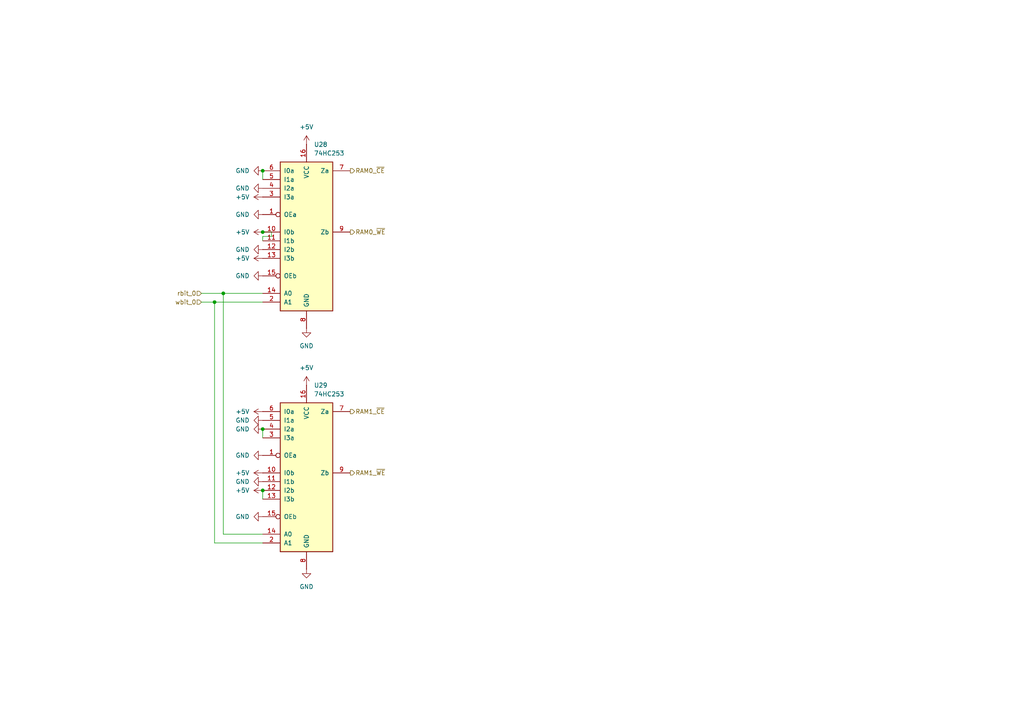
<source format=kicad_sch>
(kicad_sch (version 20250114) (generator "eeschema") (generator_version "9.0")
  (paper "A4")
  (lib_symbols
    (symbol "74xx:74LS253" (pin_names (offset 1.016))
      (property "Reference" "U" (at -7.62 21.59 0))
      (property "Value" "74LS253" (at -7.62 -24.13 0))
      (symbol "74LS253_1_0"
        (pin input line (at -12.7 17.78 0) (length 5.08) (name "I0a") (number "6"))
        (pin input line (at -12.7 15.24 0) (length 5.08) (name "I1a") (number "5"))
        (pin input line (at -12.7 12.7 0) (length 5.08) (name "I2a") (number "4"))
        (pin input line (at -12.7 10.16 0) (length 5.08) (name "I3a") (number "3"))
        (pin input inverted (at -12.7 5.08 0) (length 5.08) (name "OEa") (number "1"))
        (pin input line (at -12.7 0 0) (length 5.08) (name "I0b") (number "10"))
        (pin input line (at -12.7 -2.54 0) (length 5.08) (name "I1b") (number "11"))
        (pin input line (at -12.7 -5.08 0) (length 5.08) (name "I2b") (number "12"))
        (pin input line (at -12.7 -7.62 0) (length 5.08) (name "I3b") (number "13"))
        (pin input inverted (at -12.7 -12.7 0) (length 5.08) (name "OEb") (number "15"))
        (pin input line (at -12.7 -17.78 0) (length 5.08) (name "A0") (number "14"))
        (pin input line (at -12.7 -20.32 0) (length 5.08) (name "A1") (number "2"))
        (pin power_in line (at 0 25.4 270) (length 5.08) (name "VCC") (number "16"))
        (pin power_in line (at 0 -27.94 90) (length 5.08) (name "GND") (number "8"))
        (pin tri_state line (at 12.7 17.78 180) (length 5.08) (name "Za") (number "7"))
        (pin tri_state line (at 12.7 0 180) (length 5.08) (name "Zb") (number "9"))
      )
      (symbol "74LS253_1_1"
        (rectangle (start -7.62 20.32) (end 7.62 -22.86) (stroke (width 0.254)) (fill (type background)))
      )
    )
    (symbol "power:+5V" (power) (pin_numbers (hide yes)) (pin_names (offset 0) (hide yes))
      (property "Value" "+5V" (at 0 3.556 0))
      (symbol "+5V_0_1"
        (polyline (pts (xy -0.762 1.27) (xy 0 2.54)))
        (polyline (pts (xy 0 2.54) (xy 0.762 1.27)))
        (polyline (pts (xy 0 0) (xy 0 2.54)))
      )
      (symbol "+5V_1_1"
        (pin power_in line (at 0 0 90) (length 0) (name "~") (number "1"))
      )
    )
    (symbol "power:GND" (power) (pin_numbers (hide yes)) (pin_names (offset 0) (hide yes))
      (property "Value" "GND" (at 0 -3.81 0))
      (symbol "GND_0_1"
        (polyline (pts (xy 0 0) (xy 0 -1.27) (xy 1.27 -1.27) (xy 0 -2.54) (xy -1.27 -1.27) (xy 0 -1.27)))
      )
      (symbol "GND_1_1"
        (pin power_in line (at 0 0 270) (length 0) (name "~") (number "1"))
      )
    )
  )
  (junction (at 62.23 87.63))
  (junction (at 76.2 67.31))
  (junction (at 76.2 49.53))
  (junction (at 76.2 124.46))
  (junction (at 64.77 85.09))
  (junction (at 76.2 142.24))
  (wire (pts (xy 76.2 124.46) (xy 76.2 127)))
  (wire (pts (xy 62.23 87.63) (xy 76.2 87.63)))
  (wire (pts (xy 62.23 87.63) (xy 62.23 157.48)))
  (wire (pts (xy 78.74 68.58) (xy 78.74 67.31)))
  (wire (pts (xy 58.42 85.09) (xy 64.77 85.09)))
  (wire (pts (xy 64.77 85.09) (xy 76.2 85.09)))
  (wire (pts (xy 64.77 85.09) (xy 64.77 154.94)))
  (wire (pts (xy 58.42 87.63) (xy 62.23 87.63)))
  (wire (pts (xy 76.2 68.58) (xy 76.2 69.85)))
  (wire (pts (xy 76.2 49.53) (xy 76.2 52.07)))
  (wire (pts (xy 76.2 142.24) (xy 76.2 144.78)))
  (wire (pts (xy 76.2 67.31) (xy 78.74 67.31)))
  (wire (pts (xy 64.77 154.94) (xy 76.2 154.94)))
  (wire (pts (xy 62.23 157.48) (xy 76.2 157.48)))
  (wire (pts (xy 76.2 68.58) (xy 78.74 68.58)))
  (hierarchical_label "RAM0_~{WE}" (shape output) (at 101.6 67.31 0))
  (hierarchical_label "RAM1_~{CE}" (shape output) (at 101.6 119.38 0))
  (hierarchical_label "wbit_0" (shape input) (at 58.42 87.63 180))
  (hierarchical_label "rbit_0" (shape input) (at 58.42 85.09 180))
  (hierarchical_label "RAM0_~{CE}" (shape output) (at 101.6 49.53 0))
  (hierarchical_label "RAM1_~{WE}" (shape output) (at 101.6 137.16 0))
  (symbol (lib_id "power:GND") (at 76.2 121.92 270) (unit 1)
    (property "Reference" "#PWR063" (effects (hide yes)))
    (property "Value" "GND" (at 72.39 121.9199 90) (effects (justify right)))
    (property "Description" "Power symbol creates a global label with name \"GND\" , ground" (effects (hide yes)))
  )
  (symbol (lib_id "74xx:74LS253") (at 88.9 137.16 0) (unit 1)
    (property "Reference" "U29" (at 91.0433 111.76 0) (effects (justify left)))
    (property "Value" "74HC253" (at 91.0433 114.3 0) (effects (justify left)))
    (property "Footprint" "Package_DIP:DIP-16_W7.62mm" (effects (hide yes)))
    (property "Datasheet" "http://www.ti.com/lit/gpn/sn74LS253" (effects (hide yes)))
    (property "Description" "Dual Multiplexer 4 to 1, 3-State Outputs" (effects (hide yes)))
  )
  (symbol (lib_id "power:+5V") (at 88.9 111.76 0) (unit 1)
    (property "Reference" "#PWR072" (effects (hide yes)))
    (property "Value" "+5V" (at 88.9 106.68 0))
    (property "Description" "Power symbol creates a global label with name \"+5V\"" (effects (hide yes)))
  )
  (symbol (lib_id "power:+5V") (at 76.2 57.15 90) (unit 1)
    (property "Reference" "#PWR056" (effects (hide yes)))
    (property "Value" "+5V" (at 72.39 57.1499 90) (effects (justify left)))
    (property "Description" "Power symbol creates a global label with name \"+5V\"" (effects (hide yes)))
  )
  (symbol (lib_id "power:GND") (at 88.9 95.25 0) (unit 1)
    (property "Reference" "#PWR071" (effects (hide yes)))
    (property "Value" "GND" (at 88.9 100.33 0))
    (property "Description" "Power symbol creates a global label with name \"GND\" , ground" (effects (hide yes)))
  )
  (symbol (lib_id "power:+5V") (at 76.2 142.24 90) (unit 1)
    (property "Reference" "#PWR068" (effects (hide yes)))
    (property "Value" "+5V" (at 72.39 142.2399 90) (effects (justify left)))
    (property "Description" "Power symbol creates a global label with name \"+5V\"" (effects (hide yes)))
  )
  (symbol (lib_id "power:+5V") (at 88.9 41.91 0) (unit 1)
    (property "Reference" "#PWR070" (effects (hide yes)))
    (property "Value" "+5V" (at 88.9 36.83 0))
    (property "Description" "Power symbol creates a global label with name \"+5V\"" (effects (hide yes)))
  )
  (symbol (lib_id "power:GND") (at 76.2 132.08 270) (unit 1)
    (property "Reference" "#PWR065" (effects (hide yes)))
    (property "Value" "GND" (at 72.39 132.0799 90) (effects (justify right)))
    (property "Description" "Power symbol creates a global label with name \"GND\" , ground" (effects (hide yes)))
  )
  (symbol (lib_id "power:GND") (at 76.2 124.46 270) (unit 1)
    (property "Reference" "#PWR064" (effects (hide yes)))
    (property "Value" "GND" (at 72.39 124.4599 90) (effects (justify right)))
    (property "Description" "Power symbol creates a global label with name \"GND\" , ground" (effects (hide yes)))
  )
  (symbol (lib_id "power:GND") (at 76.2 54.61 270) (unit 1)
    (property "Reference" "#PWR055" (effects (hide yes)))
    (property "Value" "GND" (at 72.39 54.6099 90) (effects (justify right)))
    (property "Description" "Power symbol creates a global label with name \"GND\" , ground" (effects (hide yes)))
  )
  (symbol (lib_id "power:GND") (at 76.2 80.01 270) (unit 1)
    (property "Reference" "#PWR061" (effects (hide yes)))
    (property "Value" "GND" (at 72.39 80.0099 90) (effects (justify right)))
    (property "Description" "Power symbol creates a global label with name \"GND\" , ground" (effects (hide yes)))
  )
  (symbol (lib_id "power:GND") (at 76.2 62.23 270) (unit 1)
    (property "Reference" "#PWR057" (effects (hide yes)))
    (property "Value" "GND" (at 72.39 62.2299 90) (effects (justify right)))
    (property "Description" "Power symbol creates a global label with name \"GND\" , ground" (effects (hide yes)))
  )
  (symbol (lib_id "power:+5V") (at 76.2 67.31 90) (unit 1)
    (property "Reference" "#PWR058" (effects (hide yes)))
    (property "Value" "+5V" (at 72.39 67.3099 90) (effects (justify left)))
    (property "Description" "Power symbol creates a global label with name \"+5V\"" (effects (hide yes)))
  )
  (symbol (lib_id "power:GND") (at 76.2 72.39 270) (unit 1)
    (property "Reference" "#PWR059" (effects (hide yes)))
    (property "Value" "GND" (at 72.39 72.3899 90) (effects (justify right)))
    (property "Description" "Power symbol creates a global label with name \"GND\" , ground" (effects (hide yes)))
  )
  (symbol (lib_id "power:+5V") (at 76.2 119.38 90) (unit 1)
    (property "Reference" "#PWR062" (effects (hide yes)))
    (property "Value" "+5V" (at 72.39 119.3799 90) (effects (justify left)))
    (property "Description" "Power symbol creates a global label with name \"+5V\"" (effects (hide yes)))
  )
  (symbol (lib_id "power:GND") (at 88.9 165.1 0) (unit 1)
    (property "Reference" "#PWR073" (effects (hide yes)))
    (property "Value" "GND" (at 88.9 170.18 0))
    (property "Description" "Power symbol creates a global label with name \"GND\" , ground" (effects (hide yes)))
  )
  (symbol (lib_id "74xx:74LS253") (at 88.9 67.31 0) (unit 1)
    (property "Reference" "U28" (at 91.0433 41.91 0) (effects (justify left)))
    (property "Value" "74HC253" (at 91.0433 44.45 0) (effects (justify left)))
    (property "Footprint" "Package_DIP:DIP-16_W7.62mm" (effects (hide yes)))
    (property "Datasheet" "http://www.ti.com/lit/gpn/sn74LS253" (effects (hide yes)))
    (property "Description" "Dual Multiplexer 4 to 1, 3-State Outputs" (effects (hide yes)))
  )
  (symbol (lib_id "power:+5V") (at 76.2 74.93 90) (unit 1)
    (property "Reference" "#PWR060" (effects (hide yes)))
    (property "Value" "+5V" (at 72.39 74.9299 90) (effects (justify left)))
    (property "Description" "Power symbol creates a global label with name \"+5V\"" (effects (hide yes)))
  )
  (symbol (lib_id "power:GND") (at 76.2 49.53 270) (unit 1)
    (property "Reference" "#PWR054" (effects (hide yes)))
    (property "Value" "GND" (at 72.39 49.5299 90) (effects (justify right)))
    (property "Description" "Power symbol creates a global label with name \"GND\" , ground" (effects (hide yes)))
  )
  (symbol (lib_id "power:GND") (at 76.2 139.7 270) (unit 1)
    (property "Reference" "#PWR067" (effects (hide yes)))
    (property "Value" "GND" (at 72.39 139.6999 90) (effects (justify right)))
    (property "Description" "Power symbol creates a global label with name \"GND\" , ground" (effects (hide yes)))
  )
  (symbol (lib_id "power:+5V") (at 76.2 137.16 90) (unit 1)
    (property "Reference" "#PWR066" (effects (hide yes)))
    (property "Value" "+5V" (at 72.39 137.1599 90) (effects (justify left)))
    (property "Description" "Power symbol creates a global label with name \"+5V\"" (effects (hide yes)))
  )
  (symbol (lib_id "power:GND") (at 76.2 149.86 270) (unit 1)
    (property "Reference" "#PWR069" (effects (hide yes)))
    (property "Value" "GND" (at 72.39 149.8599 90) (effects (justify right)))
    (property "Description" "Power symbol creates a global label with name \"GND\" , ground" (effects (hide yes)))
  )
)
</source>
